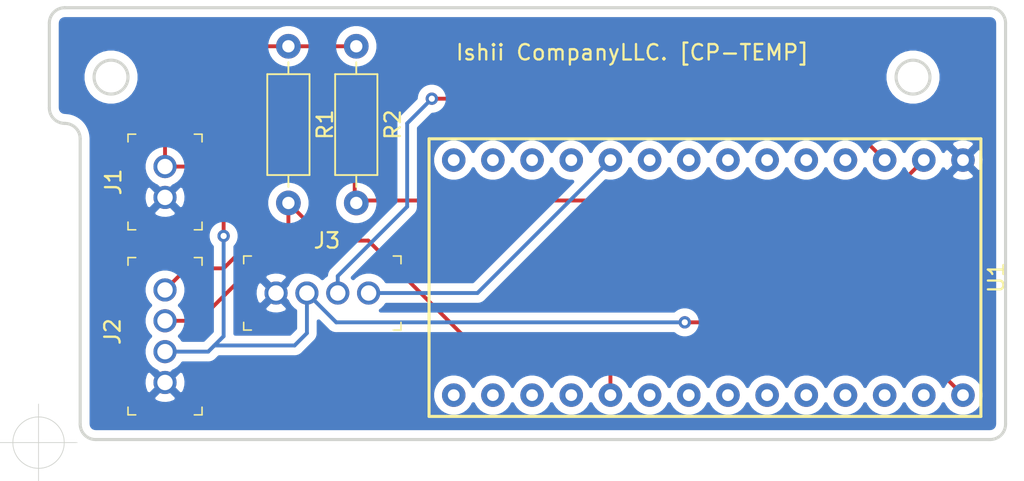
<source format=kicad_pcb>
(kicad_pcb (version 20171130) (host pcbnew "(5.1.9)-1")

  (general
    (thickness 1.6)
    (drawings 15)
    (tracks 54)
    (zones 0)
    (modules 6)
    (nets 29)
  )

  (page A4)
  (layers
    (0 F.Cu signal)
    (31 B.Cu signal)
    (32 B.Adhes user hide)
    (33 F.Adhes user hide)
    (34 B.Paste user)
    (35 F.Paste user)
    (36 B.SilkS user)
    (37 F.SilkS user)
    (38 B.Mask user)
    (39 F.Mask user)
    (40 Dwgs.User user hide)
    (41 Cmts.User user hide)
    (42 Eco1.User user hide)
    (43 Eco2.User user hide)
    (44 Edge.Cuts user)
    (45 Margin user hide)
    (46 B.CrtYd user hide)
    (47 F.CrtYd user hide)
    (48 B.Fab user hide)
    (49 F.Fab user hide)
  )

  (setup
    (last_trace_width 0.25)
    (trace_clearance 0.2)
    (zone_clearance 0.508)
    (zone_45_only no)
    (trace_min 0.2)
    (via_size 0.8)
    (via_drill 0.4)
    (via_min_size 0.4)
    (via_min_drill 0.3)
    (uvia_size 0.3)
    (uvia_drill 0.1)
    (uvias_allowed no)
    (uvia_min_size 0.2)
    (uvia_min_drill 0.1)
    (edge_width 0.05)
    (segment_width 0.2)
    (pcb_text_width 0.3)
    (pcb_text_size 1.5 1.5)
    (mod_edge_width 0.12)
    (mod_text_size 1 1)
    (mod_text_width 0.15)
    (pad_size 1.524 1.524)
    (pad_drill 0.762)
    (pad_to_mask_clearance 0)
    (aux_axis_origin 0 0)
    (visible_elements 7FFFFFFF)
    (pcbplotparams
      (layerselection 0x010fc_ffffffff)
      (usegerberextensions true)
      (usegerberattributes false)
      (usegerberadvancedattributes true)
      (creategerberjobfile false)
      (excludeedgelayer true)
      (linewidth 0.100000)
      (plotframeref false)
      (viasonmask false)
      (mode 1)
      (useauxorigin false)
      (hpglpennumber 1)
      (hpglpenspeed 20)
      (hpglpendiameter 15.000000)
      (psnegative false)
      (psa4output false)
      (plotreference true)
      (plotvalue true)
      (plotinvisibletext false)
      (padsonsilk false)
      (subtractmaskfromsilk false)
      (outputformat 1)
      (mirror false)
      (drillshape 0)
      (scaleselection 1)
      (outputdirectory "C:/Users/YUUTA ISHII/Desktop/cp-temp/"))
  )

  (net 0 "")
  (net 1 "Net-(J2-Pad3)")
  (net 2 "Net-(J2-Pad4)")
  (net 3 "Net-(U1-Pad4)")
  (net 4 "Net-(U1-Pad5)")
  (net 5 "Net-(U1-Pad6)")
  (net 6 "Net-(U1-Pad7)")
  (net 7 "Net-(U1-Pad8)")
  (net 8 "Net-(U1-Pad9)")
  (net 9 "Net-(U1-Pad11)")
  (net 10 "Net-(U1-Pad12)")
  (net 11 "Net-(U1-Pad13)")
  (net 12 "Net-(U1-Pad14)")
  (net 13 "Net-(U1-Pad15)")
  (net 14 "Net-(U1-Pad16)")
  (net 15 "Net-(U1-Pad17)")
  (net 16 "Net-(U1-Pad18)")
  (net 17 "Net-(U1-Pad20)")
  (net 18 "Net-(U1-Pad21)")
  (net 19 "Net-(U1-Pad22)")
  (net 20 "Net-(U1-Pad23)")
  (net 21 "Net-(U1-Pad24)")
  (net 22 "Net-(U1-Pad25)")
  (net 23 "Net-(U1-Pad26)")
  (net 24 "Net-(U1-Pad27)")
  (net 25 GND)
  (net 26 VCC)
  (net 27 TX)
  (net 28 RX)

  (net_class Default "This is the default net class."
    (clearance 0.2)
    (trace_width 0.25)
    (via_dia 0.8)
    (via_drill 0.4)
    (uvia_dia 0.3)
    (uvia_drill 0.1)
    (add_net GND)
    (add_net "Net-(J2-Pad3)")
    (add_net "Net-(J2-Pad4)")
    (add_net "Net-(U1-Pad11)")
    (add_net "Net-(U1-Pad12)")
    (add_net "Net-(U1-Pad13)")
    (add_net "Net-(U1-Pad14)")
    (add_net "Net-(U1-Pad15)")
    (add_net "Net-(U1-Pad16)")
    (add_net "Net-(U1-Pad17)")
    (add_net "Net-(U1-Pad18)")
    (add_net "Net-(U1-Pad20)")
    (add_net "Net-(U1-Pad21)")
    (add_net "Net-(U1-Pad22)")
    (add_net "Net-(U1-Pad23)")
    (add_net "Net-(U1-Pad24)")
    (add_net "Net-(U1-Pad25)")
    (add_net "Net-(U1-Pad26)")
    (add_net "Net-(U1-Pad27)")
    (add_net "Net-(U1-Pad4)")
    (add_net "Net-(U1-Pad5)")
    (add_net "Net-(U1-Pad6)")
    (add_net "Net-(U1-Pad7)")
    (add_net "Net-(U1-Pad8)")
    (add_net "Net-(U1-Pad9)")
    (add_net RX)
    (add_net TX)
    (add_net VCC)
  )

  (module hotsprings-footprints:TWELITE-DIP (layer F.Cu) (tedit 5D56147F) (tstamp 601FB808)
    (at 153.2 58 270)
    (path /601E878B)
    (fp_text reference U1 (at 0 -19 90) (layer F.SilkS)
      (effects (font (size 1 1) (thickness 0.15)))
    )
    (fp_text value TWELITE_DIP (at 0 19 90) (layer F.Fab)
      (effects (font (size 1 1) (thickness 0.15)))
    )
    (fp_line (start 9 -18) (end -9 -18) (layer F.SilkS) (width 0.2))
    (fp_line (start 9 17.78) (end 9 -18) (layer F.SilkS) (width 0.2))
    (fp_line (start -9 17.78) (end 9 17.78) (layer F.SilkS) (width 0.2))
    (fp_line (start -9 -18) (end -9 17.78) (layer F.SilkS) (width 0.2))
    (pad 1 thru_hole circle (at -7.62 -16.84 270) (size 1.524 1.524) (drill 0.762) (layers *.Cu *.Mask)
      (net 25 GND))
    (pad 2 thru_hole circle (at -7.62 -14.3 270) (size 1.524 1.524) (drill 0.762) (layers *.Cu *.Mask)
      (net 2 "Net-(J2-Pad4)"))
    (pad 3 thru_hole circle (at -7.62 -11.76 270) (size 1.524 1.524) (drill 0.762) (layers *.Cu *.Mask)
      (net 28 RX))
    (pad 4 thru_hole circle (at -7.62 -9.22 270) (size 1.524 1.524) (drill 0.762) (layers *.Cu *.Mask)
      (net 3 "Net-(U1-Pad4)"))
    (pad 5 thru_hole circle (at -7.62 -6.68 270) (size 1.524 1.524) (drill 0.762) (layers *.Cu *.Mask)
      (net 4 "Net-(U1-Pad5)"))
    (pad 6 thru_hole circle (at -7.62 -4.14 270) (size 1.524 1.524) (drill 0.762) (layers *.Cu *.Mask)
      (net 5 "Net-(U1-Pad6)"))
    (pad 7 thru_hole circle (at -7.62 -1.6 270) (size 1.524 1.524) (drill 0.762) (layers *.Cu *.Mask)
      (net 6 "Net-(U1-Pad7)"))
    (pad 8 thru_hole circle (at -7.62 0.94 270) (size 1.524 1.524) (drill 0.762) (layers *.Cu *.Mask)
      (net 7 "Net-(U1-Pad8)"))
    (pad 9 thru_hole circle (at -7.62 3.48 270) (size 1.524 1.524) (drill 0.762) (layers *.Cu *.Mask)
      (net 8 "Net-(U1-Pad9)"))
    (pad 10 thru_hole circle (at -7.62 6.02 270) (size 1.524 1.524) (drill 0.762) (layers *.Cu *.Mask)
      (net 27 TX))
    (pad 11 thru_hole circle (at -7.62 8.56 270) (size 1.524 1.524) (drill 0.762) (layers *.Cu *.Mask)
      (net 9 "Net-(U1-Pad11)"))
    (pad 12 thru_hole circle (at -7.62 11.1 270) (size 1.524 1.524) (drill 0.762) (layers *.Cu *.Mask)
      (net 10 "Net-(U1-Pad12)"))
    (pad 13 thru_hole circle (at -7.62 13.64 270) (size 1.524 1.524) (drill 0.762) (layers *.Cu *.Mask)
      (net 11 "Net-(U1-Pad13)"))
    (pad 14 thru_hole circle (at -7.62 16.18 270) (size 1.524 1.524) (drill 0.762) (layers *.Cu *.Mask)
      (net 12 "Net-(U1-Pad14)"))
    (pad 15 thru_hole circle (at 7.62 16.18 270) (size 1.524 1.524) (drill 0.762) (layers *.Cu *.Mask)
      (net 13 "Net-(U1-Pad15)"))
    (pad 16 thru_hole circle (at 7.62 13.64 270) (size 1.524 1.524) (drill 0.762) (layers *.Cu *.Mask)
      (net 14 "Net-(U1-Pad16)"))
    (pad 17 thru_hole circle (at 7.62 11.1 270) (size 1.524 1.524) (drill 0.762) (layers *.Cu *.Mask)
      (net 15 "Net-(U1-Pad17)"))
    (pad 18 thru_hole circle (at 7.62 8.56 270) (size 1.524 1.524) (drill 0.762) (layers *.Cu *.Mask)
      (net 16 "Net-(U1-Pad18)"))
    (pad 19 thru_hole circle (at 7.62 6.02 270) (size 1.524 1.524) (drill 0.762) (layers *.Cu *.Mask)
      (net 1 "Net-(J2-Pad3)"))
    (pad 20 thru_hole circle (at 7.62 3.48 270) (size 1.524 1.524) (drill 0.762) (layers *.Cu *.Mask)
      (net 17 "Net-(U1-Pad20)"))
    (pad 21 thru_hole circle (at 7.62 0.94 270) (size 1.524 1.524) (drill 0.762) (layers *.Cu *.Mask)
      (net 18 "Net-(U1-Pad21)"))
    (pad 22 thru_hole circle (at 7.62 -1.6 270) (size 1.524 1.524) (drill 0.762) (layers *.Cu *.Mask)
      (net 19 "Net-(U1-Pad22)"))
    (pad 23 thru_hole circle (at 7.62 -4.14 270) (size 1.524 1.524) (drill 0.762) (layers *.Cu *.Mask)
      (net 20 "Net-(U1-Pad23)"))
    (pad 24 thru_hole circle (at 7.62 -6.68 270) (size 1.524 1.524) (drill 0.762) (layers *.Cu *.Mask)
      (net 21 "Net-(U1-Pad24)"))
    (pad 25 thru_hole circle (at 7.62 -9.22 270) (size 1.524 1.524) (drill 0.762) (layers *.Cu *.Mask)
      (net 22 "Net-(U1-Pad25)"))
    (pad 26 thru_hole circle (at 7.62 -11.76 270) (size 1.524 1.524) (drill 0.762) (layers *.Cu *.Mask)
      (net 23 "Net-(U1-Pad26)"))
    (pad 27 thru_hole circle (at 7.62 -14.3 270) (size 1.524 1.524) (drill 0.762) (layers *.Cu *.Mask)
      (net 24 "Net-(U1-Pad27)"))
    (pad 28 thru_hole circle (at 7.62 -16.84 270) (size 1.524 1.524) (drill 0.762) (layers *.Cu *.Mask)
      (net 26 VCC))
  )

  (module digikey-footprints:PinHeader_1x2_P2mm_Drill1mm (layer F.Cu) (tedit 5A4C0C10) (tstamp 601FB79D)
    (at 118.3 52.8 90)
    (descr http://www.jst-mfg.com/product/pdf/eng/ePH.pdf)
    (path /601F5ED3)
    (fp_text reference J1 (at 1 -3.35 90) (layer F.SilkS)
      (effects (font (size 1 1) (thickness 0.15)))
    )
    (fp_text value B2B-PH-K-S_LF__SN_ (at 1.04 3.58 90) (layer F.Fab)
      (effects (font (size 1 1) (thickness 0.15)))
    )
    (fp_line (start -1.95 2.25) (end 3.95 2.25) (layer F.Fab) (width 0.1))
    (fp_line (start -1.95 -2.25) (end -1.95 2.25) (layer F.Fab) (width 0.1))
    (fp_line (start -1.95 -2.25) (end 3.95 -2.25) (layer F.Fab) (width 0.1))
    (fp_line (start 3.95 -2.25) (end 3.95 2.25) (layer F.Fab) (width 0.1))
    (fp_line (start 4.1 -2.4) (end 3.6 -2.4) (layer F.SilkS) (width 0.1))
    (fp_line (start 4.1 -2.4) (end 4.1 -1.9) (layer F.SilkS) (width 0.1))
    (fp_line (start -2.1 -2.4) (end -1.6 -2.4) (layer F.SilkS) (width 0.1))
    (fp_line (start -2.1 -2.4) (end -2.1 -1.9) (layer F.SilkS) (width 0.1))
    (fp_line (start -2.1 2.4) (end -1.6 2.4) (layer F.SilkS) (width 0.1))
    (fp_line (start -2.1 2.4) (end -2.1 1.9) (layer F.SilkS) (width 0.1))
    (fp_line (start 4.1 2.4) (end 3.6 2.4) (layer F.SilkS) (width 0.1))
    (fp_line (start 4.1 2.4) (end 4.1 1.9) (layer F.SilkS) (width 0.1))
    (fp_line (start 4.2 -2.5) (end -2.2 -2.5) (layer F.CrtYd) (width 0.05))
    (fp_line (start 4.2 -2.5) (end 4.2 2.5) (layer F.CrtYd) (width 0.05))
    (fp_line (start -2.2 -2.5) (end -2.2 2.5) (layer F.CrtYd) (width 0.05))
    (fp_line (start 4.2 2.5) (end -2.2 2.5) (layer F.CrtYd) (width 0.05))
    (fp_text user %R (at 1.02 0 90) (layer F.Fab)
      (effects (font (size 1 1) (thickness 0.15)))
    )
    (pad 1 thru_hole circle (at 0 0 90) (size 1.5 1.5) (drill 1) (layers *.Cu *.Mask)
      (net 25 GND))
    (pad 2 thru_hole circle (at 2 0 90) (size 1.5 1.5) (drill 1) (layers *.Cu *.Mask)
      (net 26 VCC))
  )

  (module digikey-footprints:PinHeader_1x4_P2mm_Drill1mm (layer F.Cu) (tedit 5A4D0D99) (tstamp 601FB7B6)
    (at 118.3 64.8 90)
    (descr http://www.jst-mfg.com/product/pdf/eng/ePH.pdf)
    (path /601F51E5)
    (fp_text reference J2 (at 3.3 -3.4 90) (layer F.SilkS)
      (effects (font (size 1 1) (thickness 0.15)))
    )
    (fp_text value i2c (at 3 3.7 90) (layer F.Fab)
      (effects (font (size 1 1) (thickness 0.15)))
    )
    (fp_line (start -1.95 2.25) (end 7.95 2.25) (layer F.Fab) (width 0.1))
    (fp_line (start -1.95 -2.25) (end -1.95 2.25) (layer F.Fab) (width 0.1))
    (fp_line (start -1.95 -2.25) (end 7.95 -2.25) (layer F.Fab) (width 0.1))
    (fp_line (start -2.1 -2.4) (end -1.6 -2.4) (layer F.SilkS) (width 0.1))
    (fp_line (start -2.1 -2.4) (end -2.1 -1.9) (layer F.SilkS) (width 0.1))
    (fp_line (start -2.1 2.4) (end -1.6 2.4) (layer F.SilkS) (width 0.1))
    (fp_line (start -2.1 2.4) (end -2.1 1.9) (layer F.SilkS) (width 0.1))
    (fp_line (start 8.2 -2.5) (end -2.2 -2.5) (layer F.CrtYd) (width 0.05))
    (fp_line (start -2.2 -2.5) (end -2.2 2.5) (layer F.CrtYd) (width 0.05))
    (fp_line (start 8.2 2.5) (end -2.2 2.5) (layer F.CrtYd) (width 0.05))
    (fp_line (start 7.95 -2.25) (end 7.95 2.25) (layer F.Fab) (width 0.1))
    (fp_line (start 8.2 -2.5) (end 8.2 2.5) (layer F.CrtYd) (width 0.05))
    (fp_line (start 8.1 2.4) (end 8.1 1.9) (layer F.SilkS) (width 0.1))
    (fp_line (start 8.1 2.4) (end 7.6 2.4) (layer F.SilkS) (width 0.1))
    (fp_line (start 8.1 -2.4) (end 7.6 -2.4) (layer F.SilkS) (width 0.1))
    (fp_line (start 8.1 -2.4) (end 8.1 -1.9) (layer F.SilkS) (width 0.1))
    (fp_text user %R (at 3 0 90) (layer F.Fab)
      (effects (font (size 1 1) (thickness 0.15)))
    )
    (pad 1 thru_hole circle (at 0 0 90) (size 1.5 1.5) (drill 1) (layers *.Cu *.Mask)
      (net 25 GND))
    (pad 2 thru_hole circle (at 2 0 90) (size 1.5 1.5) (drill 1) (layers *.Cu *.Mask)
      (net 26 VCC))
    (pad 3 thru_hole circle (at 4 0 90) (size 1.5 1.5) (drill 1) (layers *.Cu *.Mask)
      (net 1 "Net-(J2-Pad3)"))
    (pad 4 thru_hole circle (at 6 0 90) (size 1.5 1.5) (drill 1) (layers *.Cu *.Mask)
      (net 2 "Net-(J2-Pad4)"))
  )

  (module Resistor_THT:R_Axial_DIN0207_L6.3mm_D2.5mm_P10.16mm_Horizontal (layer F.Cu) (tedit 5AE5139B) (tstamp 601FB7CD)
    (at 126.3 43 270)
    (descr "Resistor, Axial_DIN0207 series, Axial, Horizontal, pin pitch=10.16mm, 0.25W = 1/4W, length*diameter=6.3*2.5mm^2, http://cdn-reichelt.de/documents/datenblatt/B400/1_4W%23YAG.pdf")
    (tags "Resistor Axial_DIN0207 series Axial Horizontal pin pitch 10.16mm 0.25W = 1/4W length 6.3mm diameter 2.5mm")
    (path /601F4CD1)
    (fp_text reference R1 (at 5.08 -2.37 90) (layer F.SilkS)
      (effects (font (size 1 1) (thickness 0.15)))
    )
    (fp_text value "R(4.7k)" (at 5.08 2.37 90) (layer F.Fab)
      (effects (font (size 1 1) (thickness 0.15)))
    )
    (fp_line (start 11.21 -1.5) (end -1.05 -1.5) (layer F.CrtYd) (width 0.05))
    (fp_line (start 11.21 1.5) (end 11.21 -1.5) (layer F.CrtYd) (width 0.05))
    (fp_line (start -1.05 1.5) (end 11.21 1.5) (layer F.CrtYd) (width 0.05))
    (fp_line (start -1.05 -1.5) (end -1.05 1.5) (layer F.CrtYd) (width 0.05))
    (fp_line (start 9.12 0) (end 8.35 0) (layer F.SilkS) (width 0.12))
    (fp_line (start 1.04 0) (end 1.81 0) (layer F.SilkS) (width 0.12))
    (fp_line (start 8.35 -1.37) (end 1.81 -1.37) (layer F.SilkS) (width 0.12))
    (fp_line (start 8.35 1.37) (end 8.35 -1.37) (layer F.SilkS) (width 0.12))
    (fp_line (start 1.81 1.37) (end 8.35 1.37) (layer F.SilkS) (width 0.12))
    (fp_line (start 1.81 -1.37) (end 1.81 1.37) (layer F.SilkS) (width 0.12))
    (fp_line (start 10.16 0) (end 8.23 0) (layer F.Fab) (width 0.1))
    (fp_line (start 0 0) (end 1.93 0) (layer F.Fab) (width 0.1))
    (fp_line (start 8.23 -1.25) (end 1.93 -1.25) (layer F.Fab) (width 0.1))
    (fp_line (start 8.23 1.25) (end 8.23 -1.25) (layer F.Fab) (width 0.1))
    (fp_line (start 1.93 1.25) (end 8.23 1.25) (layer F.Fab) (width 0.1))
    (fp_line (start 1.93 -1.25) (end 1.93 1.25) (layer F.Fab) (width 0.1))
    (fp_text user %R (at 5.08 0 90) (layer F.Fab)
      (effects (font (size 1 1) (thickness 0.15)))
    )
    (pad 1 thru_hole circle (at 0 0 270) (size 1.6 1.6) (drill 0.8) (layers *.Cu *.Mask)
      (net 26 VCC))
    (pad 2 thru_hole oval (at 10.16 0 270) (size 1.6 1.6) (drill 0.8) (layers *.Cu *.Mask)
      (net 1 "Net-(J2-Pad3)"))
    (model ${KISYS3DMOD}/Resistor_THT.3dshapes/R_Axial_DIN0207_L6.3mm_D2.5mm_P10.16mm_Horizontal.wrl
      (at (xyz 0 0 0))
      (scale (xyz 1 1 1))
      (rotate (xyz 0 0 0))
    )
  )

  (module Resistor_THT:R_Axial_DIN0207_L6.3mm_D2.5mm_P10.16mm_Horizontal (layer F.Cu) (tedit 5AE5139B) (tstamp 601FB7E4)
    (at 130.7 43 270)
    (descr "Resistor, Axial_DIN0207 series, Axial, Horizontal, pin pitch=10.16mm, 0.25W = 1/4W, length*diameter=6.3*2.5mm^2, http://cdn-reichelt.de/documents/datenblatt/B400/1_4W%23YAG.pdf")
    (tags "Resistor Axial_DIN0207 series Axial Horizontal pin pitch 10.16mm 0.25W = 1/4W length 6.3mm diameter 2.5mm")
    (path /601F5240)
    (fp_text reference R2 (at 5.08 -2.37 90) (layer F.SilkS)
      (effects (font (size 1 1) (thickness 0.15)))
    )
    (fp_text value "R(4.7k)" (at 5.08 2.37 90) (layer F.Fab)
      (effects (font (size 1 1) (thickness 0.15)))
    )
    (fp_line (start 1.93 -1.25) (end 1.93 1.25) (layer F.Fab) (width 0.1))
    (fp_line (start 1.93 1.25) (end 8.23 1.25) (layer F.Fab) (width 0.1))
    (fp_line (start 8.23 1.25) (end 8.23 -1.25) (layer F.Fab) (width 0.1))
    (fp_line (start 8.23 -1.25) (end 1.93 -1.25) (layer F.Fab) (width 0.1))
    (fp_line (start 0 0) (end 1.93 0) (layer F.Fab) (width 0.1))
    (fp_line (start 10.16 0) (end 8.23 0) (layer F.Fab) (width 0.1))
    (fp_line (start 1.81 -1.37) (end 1.81 1.37) (layer F.SilkS) (width 0.12))
    (fp_line (start 1.81 1.37) (end 8.35 1.37) (layer F.SilkS) (width 0.12))
    (fp_line (start 8.35 1.37) (end 8.35 -1.37) (layer F.SilkS) (width 0.12))
    (fp_line (start 8.35 -1.37) (end 1.81 -1.37) (layer F.SilkS) (width 0.12))
    (fp_line (start 1.04 0) (end 1.81 0) (layer F.SilkS) (width 0.12))
    (fp_line (start 9.12 0) (end 8.35 0) (layer F.SilkS) (width 0.12))
    (fp_line (start -1.05 -1.5) (end -1.05 1.5) (layer F.CrtYd) (width 0.05))
    (fp_line (start -1.05 1.5) (end 11.21 1.5) (layer F.CrtYd) (width 0.05))
    (fp_line (start 11.21 1.5) (end 11.21 -1.5) (layer F.CrtYd) (width 0.05))
    (fp_line (start 11.21 -1.5) (end -1.05 -1.5) (layer F.CrtYd) (width 0.05))
    (fp_text user %R (at 5.08 0 90) (layer F.Fab)
      (effects (font (size 1 1) (thickness 0.15)))
    )
    (pad 2 thru_hole oval (at 10.16 0 270) (size 1.6 1.6) (drill 0.8) (layers *.Cu *.Mask)
      (net 2 "Net-(J2-Pad4)"))
    (pad 1 thru_hole circle (at 0 0 270) (size 1.6 1.6) (drill 0.8) (layers *.Cu *.Mask)
      (net 26 VCC))
    (model ${KISYS3DMOD}/Resistor_THT.3dshapes/R_Axial_DIN0207_L6.3mm_D2.5mm_P10.16mm_Horizontal.wrl
      (at (xyz 0 0 0))
      (scale (xyz 1 1 1))
      (rotate (xyz 0 0 0))
    )
  )

  (module digikey-footprints:PinHeader_1x4_P2mm_Drill1mm (layer F.Cu) (tedit 5A4D0D99) (tstamp 604B313C)
    (at 125.5 59)
    (descr http://www.jst-mfg.com/product/pdf/eng/ePH.pdf)
    (path /604ADA45)
    (fp_text reference J3 (at 3.3 -3.4) (layer F.SilkS)
      (effects (font (size 1 1) (thickness 0.15)))
    )
    (fp_text value serial (at 3 3.7) (layer F.Fab)
      (effects (font (size 1 1) (thickness 0.15)))
    )
    (fp_line (start -1.95 2.25) (end 7.95 2.25) (layer F.Fab) (width 0.1))
    (fp_line (start -1.95 -2.25) (end -1.95 2.25) (layer F.Fab) (width 0.1))
    (fp_line (start -1.95 -2.25) (end 7.95 -2.25) (layer F.Fab) (width 0.1))
    (fp_line (start -2.1 -2.4) (end -1.6 -2.4) (layer F.SilkS) (width 0.1))
    (fp_line (start -2.1 -2.4) (end -2.1 -1.9) (layer F.SilkS) (width 0.1))
    (fp_line (start -2.1 2.4) (end -1.6 2.4) (layer F.SilkS) (width 0.1))
    (fp_line (start -2.1 2.4) (end -2.1 1.9) (layer F.SilkS) (width 0.1))
    (fp_line (start 8.2 -2.5) (end -2.2 -2.5) (layer F.CrtYd) (width 0.05))
    (fp_line (start -2.2 -2.5) (end -2.2 2.5) (layer F.CrtYd) (width 0.05))
    (fp_line (start 8.2 2.5) (end -2.2 2.5) (layer F.CrtYd) (width 0.05))
    (fp_line (start 7.95 -2.25) (end 7.95 2.25) (layer F.Fab) (width 0.1))
    (fp_line (start 8.2 -2.5) (end 8.2 2.5) (layer F.CrtYd) (width 0.05))
    (fp_line (start 8.1 2.4) (end 8.1 1.9) (layer F.SilkS) (width 0.1))
    (fp_line (start 8.1 2.4) (end 7.6 2.4) (layer F.SilkS) (width 0.1))
    (fp_line (start 8.1 -2.4) (end 7.6 -2.4) (layer F.SilkS) (width 0.1))
    (fp_line (start 8.1 -2.4) (end 8.1 -1.9) (layer F.SilkS) (width 0.1))
    (fp_text user %R (at 3 0) (layer F.Fab)
      (effects (font (size 1 1) (thickness 0.15)))
    )
    (pad 1 thru_hole circle (at 0 0) (size 1.5 1.5) (drill 1) (layers *.Cu *.Mask)
      (net 25 GND))
    (pad 2 thru_hole circle (at 2 0) (size 1.5 1.5) (drill 1) (layers *.Cu *.Mask)
      (net 26 VCC))
    (pad 3 thru_hole circle (at 4 0) (size 1.5 1.5) (drill 1) (layers *.Cu *.Mask)
      (net 28 RX))
    (pad 4 thru_hole circle (at 6 0) (size 1.5 1.5) (drill 1) (layers *.Cu *.Mask)
      (net 27 TX))
  )

  (target plus (at 110.1 68.7) (size 5) (width 0.05) (layer Edge.Cuts))
  (gr_text "Ishii CompanyLLC. [CP-TEMP]" (at 148.6 43.4) (layer F.SilkS)
    (effects (font (size 1 1) (thickness 0.15)))
  )
  (gr_line (start 110.8 47) (end 110.8 41.5) (layer Edge.Cuts) (width 0.2))
  (gr_arc (start 171.8 67.5) (end 171.8 68.5) (angle -90) (layer Edge.Cuts) (width 0.2))
  (gr_line (start 113.8 68.5) (end 171.8 68.5) (layer Edge.Cuts) (width 0.2))
  (gr_arc (start 171.8 41.5) (end 172.8 41.5) (angle -90) (layer Edge.Cuts) (width 0.2))
  (gr_circle (center 166.8 45) (end 167.9 45) (layer Edge.Cuts) (width 0.2))
  (gr_line (start 112.8 49) (end 112.8 67.5) (layer Edge.Cuts) (width 0.2))
  (gr_arc (start 111.8 47) (end 110.8 47) (angle -90) (layer Edge.Cuts) (width 0.2))
  (gr_arc (start 111.8 49) (end 112.8 49) (angle -90) (layer Edge.Cuts) (width 0.2))
  (gr_arc (start 113.8 67.5) (end 112.8 67.5) (angle -90) (layer Edge.Cuts) (width 0.2))
  (gr_line (start 171.8 40.5) (end 111.8 40.5) (layer Edge.Cuts) (width 0.2))
  (gr_line (start 172.8 67.5) (end 172.8 41.5) (layer Edge.Cuts) (width 0.2))
  (gr_circle (center 114.8 45) (end 115.9 45) (layer Edge.Cuts) (width 0.2))
  (gr_arc (start 111.8 41.5) (end 111.8 40.5) (angle -90) (layer Edge.Cuts) (width 0.2))

  (via (at 135.6 46.4) (size 0.8) (drill 0.4) (layers F.Cu B.Cu) (net 28))
  (segment (start 131.474998 55.6) (end 128.74 55.6) (width 0.25) (layer F.Cu) (net 1))
  (segment (start 128.74 55.6) (end 126.3 53.16) (width 0.25) (layer F.Cu) (net 1))
  (segment (start 138.174998 62.3) (end 131.474998 55.6) (width 0.25) (layer F.Cu) (net 1))
  (segment (start 146.5 62.3) (end 138.174998 62.3) (width 0.25) (layer F.Cu) (net 1))
  (segment (start 147.18 62.98) (end 146.5 62.3) (width 0.25) (layer F.Cu) (net 1))
  (segment (start 147.18 65.62) (end 147.18 62.98) (width 0.25) (layer F.Cu) (net 1))
  (segment (start 118.3 60.8) (end 120.5 60.8) (width 0.25) (layer F.Cu) (net 1))
  (segment (start 126.3 55) (end 126.3 53.16) (width 0.25) (layer F.Cu) (net 1))
  (segment (start 120.5 60.8) (end 126.3 55) (width 0.25) (layer F.Cu) (net 1))
  (segment (start 167.5 50.38) (end 164.88 53) (width 0.25) (layer F.Cu) (net 2))
  (segment (start 130.86 53) (end 130.7 53.16) (width 0.25) (layer F.Cu) (net 2))
  (segment (start 164.88 53) (end 130.86 53) (width 0.25) (layer F.Cu) (net 2))
  (segment (start 130.6 53.06) (end 130.7 53.16) (width 0.25) (layer F.Cu) (net 2))
  (segment (start 129.9 51) (end 130.6 51.7) (width 0.25) (layer F.Cu) (net 2))
  (segment (start 124.7 51) (end 129.9 51) (width 0.25) (layer F.Cu) (net 2))
  (segment (start 124.1 51.6) (end 124.7 51) (width 0.25) (layer F.Cu) (net 2))
  (segment (start 124.1 55.4) (end 124.1 51.6) (width 0.25) (layer F.Cu) (net 2))
  (segment (start 122.1 57.4) (end 124.1 55.4) (width 0.25) (layer F.Cu) (net 2))
  (segment (start 119.7 57.4) (end 122.1 57.4) (width 0.25) (layer F.Cu) (net 2))
  (segment (start 130.6 51.7) (end 130.6 53.06) (width 0.25) (layer F.Cu) (net 2))
  (segment (start 118.3 58.8) (end 119.7 57.4) (width 0.25) (layer F.Cu) (net 2))
  (via (at 122.1 55.3) (size 0.8) (drill 0.4) (layers F.Cu B.Cu) (net 26))
  (segment (start 170.04 65.62) (end 165.32 60.9) (width 0.25) (layer F.Cu) (net 26))
  (segment (start 165.32 60.9) (end 152 60.9) (width 0.25) (layer F.Cu) (net 26))
  (segment (start 152 60.9) (end 152 60.9) (width 0.25) (layer F.Cu) (net 26) (tstamp 6020FE90))
  (via (at 152 60.9) (size 0.8) (drill 0.4) (layers F.Cu B.Cu) (net 26))
  (segment (start 121.65 50.85) (end 122.1 51.3) (width 0.25) (layer F.Cu) (net 26))
  (segment (start 121.6 50.8) (end 121.65 50.85) (width 0.25) (layer F.Cu) (net 26))
  (segment (start 118.3 62.8) (end 121.1 62.8) (width 0.25) (layer B.Cu) (net 26))
  (segment (start 122.1 61.8) (end 122.1 55.3) (width 0.25) (layer B.Cu) (net 26))
  (segment (start 122.2 52.8) (end 122.1 52.7) (width 0.25) (layer F.Cu) (net 26))
  (segment (start 122.1 52.7) (end 122.1 55.3) (width 0.25) (layer F.Cu) (net 26))
  (segment (start 122.1 51.3) (end 122.1 52.7) (width 0.25) (layer F.Cu) (net 26))
  (segment (start 129.4 60.9) (end 127.5 59) (width 0.25) (layer B.Cu) (net 26))
  (segment (start 152 60.9) (end 129.4 60.9) (width 0.25) (layer B.Cu) (net 26))
  (segment (start 127.5 59) (end 127.5 61.6) (width 0.25) (layer B.Cu) (net 26))
  (segment (start 127.5 61.6) (end 126.7 62.4) (width 0.25) (layer B.Cu) (net 26))
  (segment (start 126.7 62.4) (end 121.5 62.4) (width 0.25) (layer B.Cu) (net 26))
  (segment (start 121.5 62.4) (end 122.1 61.8) (width 0.25) (layer B.Cu) (net 26))
  (segment (start 121.1 62.8) (end 121.5 62.4) (width 0.25) (layer B.Cu) (net 26))
  (segment (start 130.7 43) (end 126.3 43) (width 0.25) (layer F.Cu) (net 26))
  (segment (start 118.3 50.8) (end 121.6 50.8) (width 0.25) (layer F.Cu) (net 26))
  (segment (start 126.3 43) (end 123.6 43) (width 0.25) (layer F.Cu) (net 26))
  (segment (start 118.3 48.3) (end 118.3 50.8) (width 0.25) (layer F.Cu) (net 26))
  (segment (start 123.6 43) (end 118.3 48.3) (width 0.25) (layer F.Cu) (net 26))
  (segment (start 138.56 59) (end 131.5 59) (width 0.25) (layer B.Cu) (net 27))
  (segment (start 147.18 50.38) (end 138.56 59) (width 0.25) (layer B.Cu) (net 27))
  (segment (start 134 48) (end 135.6 46.4) (width 0.25) (layer B.Cu) (net 28))
  (segment (start 134 53.4) (end 134 48) (width 0.25) (layer B.Cu) (net 28))
  (segment (start 129.5 57.9) (end 134 53.4) (width 0.25) (layer B.Cu) (net 28))
  (segment (start 129.5 59) (end 129.5 57.9) (width 0.25) (layer B.Cu) (net 28))
  (segment (start 160.98 46.4) (end 164.96 50.38) (width 0.25) (layer F.Cu) (net 28))
  (segment (start 135.6 46.4) (end 160.98 46.4) (width 0.25) (layer F.Cu) (net 28))

  (zone (net 25) (net_name GND) (layer B.Cu) (tstamp 604B3376) (hatch edge 0.508)
    (connect_pads (clearance 0.508))
    (min_thickness 0.254)
    (fill yes (arc_segments 32) (thermal_gap 0.508) (thermal_bridge_width 0.508))
    (polygon
      (pts
        (xy 174 68.7) (xy 110.1 68.7) (xy 110.1 40) (xy 174 40)
      )
    )
    (filled_polygon
      (pts
        (xy 171.850787 41.243504) (xy 171.89964 41.258254) (xy 171.944699 41.282212) (xy 171.984245 41.314466) (xy 172.016774 41.353786)
        (xy 172.041043 41.39867) (xy 172.056135 41.447427) (xy 172.065001 41.531774) (xy 172.065 67.464053) (xy 172.056496 67.550786)
        (xy 172.041746 67.59964) (xy 172.017788 67.644699) (xy 171.985534 67.684246) (xy 171.946215 67.716773) (xy 171.901329 67.741043)
        (xy 171.852573 67.756135) (xy 171.768235 67.765) (xy 113.835947 67.765) (xy 113.749214 67.756496) (xy 113.70036 67.741746)
        (xy 113.655301 67.717788) (xy 113.615754 67.685534) (xy 113.583227 67.646215) (xy 113.558957 67.601329) (xy 113.543865 67.552573)
        (xy 113.535 67.468235) (xy 113.535 65.756993) (xy 117.522612 65.756993) (xy 117.588137 65.99586) (xy 117.835116 66.11176)
        (xy 118.09996 66.17725) (xy 118.372492 66.189812) (xy 118.642238 66.148965) (xy 118.898832 66.056277) (xy 119.011863 65.99586)
        (xy 119.077388 65.756993) (xy 118.3 64.979605) (xy 117.522612 65.756993) (xy 113.535 65.756993) (xy 113.535 64.872492)
        (xy 116.910188 64.872492) (xy 116.951035 65.142238) (xy 117.043723 65.398832) (xy 117.10414 65.511863) (xy 117.343007 65.577388)
        (xy 118.120395 64.8) (xy 118.479605 64.8) (xy 119.256993 65.577388) (xy 119.49586 65.511863) (xy 119.509682 65.482408)
        (xy 135.623 65.482408) (xy 135.623 65.757592) (xy 135.676686 66.02749) (xy 135.781995 66.281727) (xy 135.93488 66.510535)
        (xy 136.129465 66.70512) (xy 136.358273 66.858005) (xy 136.61251 66.963314) (xy 136.882408 67.017) (xy 137.157592 67.017)
        (xy 137.42749 66.963314) (xy 137.681727 66.858005) (xy 137.910535 66.70512) (xy 138.10512 66.510535) (xy 138.258005 66.281727)
        (xy 138.29 66.204485) (xy 138.321995 66.281727) (xy 138.47488 66.510535) (xy 138.669465 66.70512) (xy 138.898273 66.858005)
        (xy 139.15251 66.963314) (xy 139.422408 67.017) (xy 139.697592 67.017) (xy 139.96749 66.963314) (xy 140.221727 66.858005)
        (xy 140.450535 66.70512) (xy 140.64512 66.510535) (xy 140.798005 66.281727) (xy 140.83 66.204485) (xy 140.861995 66.281727)
        (xy 141.01488 66.510535) (xy 141.209465 66.70512) (xy 141.438273 66.858005) (xy 141.69251 66.963314) (xy 141.962408 67.017)
        (xy 142.237592 67.017) (xy 142.50749 66.963314) (xy 142.761727 66.858005) (xy 142.990535 66.70512) (xy 143.18512 66.510535)
        (xy 143.338005 66.281727) (xy 143.37 66.204485) (xy 143.401995 66.281727) (xy 143.55488 66.510535) (xy 143.749465 66.70512)
        (xy 143.978273 66.858005) (xy 144.23251 66.963314) (xy 144.502408 67.017) (xy 144.777592 67.017) (xy 145.04749 66.963314)
        (xy 145.301727 66.858005) (xy 145.530535 66.70512) (xy 145.72512 66.510535) (xy 145.878005 66.281727) (xy 145.91 66.204485)
        (xy 145.941995 66.281727) (xy 146.09488 66.510535) (xy 146.289465 66.70512) (xy 146.518273 66.858005) (xy 146.77251 66.963314)
        (xy 147.042408 67.017) (xy 147.317592 67.017) (xy 147.58749 66.963314) (xy 147.841727 66.858005) (xy 148.070535 66.70512)
        (xy 148.26512 66.510535) (xy 148.418005 66.281727) (xy 148.45 66.204485) (xy 148.481995 66.281727) (xy 148.63488 66.510535)
        (xy 148.829465 66.70512) (xy 149.058273 66.858005) (xy 149.31251 66.963314) (xy 149.582408 67.017) (xy 149.857592 67.017)
        (xy 150.12749 66.963314) (xy 150.381727 66.858005) (xy 150.610535 66.70512) (xy 150.80512 66.510535) (xy 150.958005 66.281727)
        (xy 150.99 66.204485) (xy 151.021995 66.281727) (xy 151.17488 66.510535) (xy 151.369465 66.70512) (xy 151.598273 66.858005)
        (xy 151.85251 66.963314) (xy 152.122408 67.017) (xy 152.397592 67.017) (xy 152.66749 66.963314) (xy 152.921727 66.858005)
        (xy 153.150535 66.70512) (xy 153.34512 66.510535) (xy 153.498005 66.281727) (xy 153.53 66.204485) (xy 153.561995 66.281727)
        (xy 153.71488 66.510535) (xy 153.909465 66.70512) (xy 154.138273 66.858005) (xy 154.39251 66.963314) (xy 154.662408 67.017)
        (xy 154.937592 67.017) (xy 155.20749 66.963314) (xy 155.461727 66.858005) (xy 155.690535 66.70512) (xy 155.88512 66.510535)
        (xy 156.038005 66.281727) (xy 156.07 66.204485) (xy 156.101995 66.281727) (xy 156.25488 66.510535) (xy 156.449465 66.70512)
        (xy 156.678273 66.858005) (xy 156.93251 66.963314) (xy 157.202408 67.017) (xy 157.477592 67.017) (xy 157.74749 66.963314)
        (xy 158.001727 66.858005) (xy 158.230535 66.70512) (xy 158.42512 66.510535) (xy 158.578005 66.281727) (xy 158.61 66.204485)
        (xy 158.641995 66.281727) (xy 158.79488 66.510535) (xy 158.989465 66.70512) (xy 159.218273 66.858005) (xy 159.47251 66.963314)
        (xy 159.742408 67.017) (xy 160.017592 67.017) (xy 160.28749 66.963314) (xy 160.541727 66.858005) (xy 160.770535 66.70512)
        (xy 160.96512 66.510535) (xy 161.118005 66.281727) (xy 161.15 66.204485) (xy 161.181995 66.281727) (xy 161.33488 66.510535)
        (xy 161.529465 66.70512) (xy 161.758273 66.858005) (xy 162.01251 66.963314) (xy 162.282408 67.017) (xy 162.557592 67.017)
        (xy 162.82749 66.963314) (xy 163.081727 66.858005) (xy 163.310535 66.70512) (xy 163.50512 66.510535) (xy 163.658005 66.281727)
        (xy 163.69 66.204485) (xy 163.721995 66.281727) (xy 163.87488 66.510535) (xy 164.069465 66.70512) (xy 164.298273 66.858005)
        (xy 164.55251 66.963314) (xy 164.822408 67.017) (xy 165.097592 67.017) (xy 165.36749 66.963314) (xy 165.621727 66.858005)
        (xy 165.850535 66.70512) (xy 166.04512 66.510535) (xy 166.198005 66.281727) (xy 166.23 66.204485) (xy 166.261995 66.281727)
        (xy 166.41488 66.510535) (xy 166.609465 66.70512) (xy 166.838273 66.858005) (xy 167.09251 66.963314) (xy 167.362408 67.017)
        (xy 167.637592 67.017) (xy 167.90749 66.963314) (xy 168.161727 66.858005) (xy 168.390535 66.70512) (xy 168.58512 66.510535)
        (xy 168.738005 66.281727) (xy 168.77 66.204485) (xy 168.801995 66.281727) (xy 168.95488 66.510535) (xy 169.149465 66.70512)
        (xy 169.378273 66.858005) (xy 169.63251 66.963314) (xy 169.902408 67.017) (xy 170.177592 67.017) (xy 170.44749 66.963314)
        (xy 170.701727 66.858005) (xy 170.930535 66.70512) (xy 171.12512 66.510535) (xy 171.278005 66.281727) (xy 171.383314 66.02749)
        (xy 171.437 65.757592) (xy 171.437 65.482408) (xy 171.383314 65.21251) (xy 171.278005 64.958273) (xy 171.12512 64.729465)
        (xy 170.930535 64.53488) (xy 170.701727 64.381995) (xy 170.44749 64.276686) (xy 170.177592 64.223) (xy 169.902408 64.223)
        (xy 169.63251 64.276686) (xy 169.378273 64.381995) (xy 169.149465 64.53488) (xy 168.95488 64.729465) (xy 168.801995 64.958273)
        (xy 168.77 65.035515) (xy 168.738005 64.958273) (xy 168.58512 64.729465) (xy 168.390535 64.53488) (xy 168.161727 64.381995)
        (xy 167.90749 64.276686) (xy 167.637592 64.223) (xy 167.362408 64.223) (xy 167.09251 64.276686) (xy 166.838273 64.381995)
        (xy 166.609465 64.53488) (xy 166.41488 64.729465) (xy 166.261995 64.958273) (xy 166.23 65.035515) (xy 166.198005 64.958273)
        (xy 166.04512 64.729465) (xy 165.850535 64.53488) (xy 165.621727 64.381995) (xy 165.36749 64.276686) (xy 165.097592 64.223)
        (xy 164.822408 64.223) (xy 164.55251 64.276686) (xy 164.298273 64.381995) (xy 164.069465 64.53488) (xy 163.87488 64.729465)
        (xy 163.721995 64.958273) (xy 163.69 65.035515) (xy 163.658005 64.958273) (xy 163.50512 64.729465) (xy 163.310535 64.53488)
        (xy 163.081727 64.381995) (xy 162.82749 64.276686) (xy 162.557592 64.223) (xy 162.282408 64.223) (xy 162.01251 64.276686)
        (xy 161.758273 64.381995) (xy 161.529465 64.53488) (xy 161.33488 64.729465) (xy 161.181995 64.958273) (xy 161.15 65.035515)
        (xy 161.118005 64.958273) (xy 160.96512 64.729465) (xy 160.770535 64.53488) (xy 160.541727 64.381995) (xy 160.28749 64.276686)
        (xy 160.017592 64.223) (xy 159.742408 64.223) (xy 159.47251 64.276686) (xy 159.218273 64.381995) (xy 158.989465 64.53488)
        (xy 158.79488 64.729465) (xy 158.641995 64.958273) (xy 158.61 65.035515) (xy 158.578005 64.958273) (xy 158.42512 64.729465)
        (xy 158.230535 64.53488) (xy 158.001727 64.381995) (xy 157.74749 64.276686) (xy 157.477592 64.223) (xy 157.202408 64.223)
        (xy 156.93251 64.276686) (xy 156.678273 64.381995) (xy 156.449465 64.53488) (xy 156.25488 64.729465) (xy 156.101995 64.958273)
        (xy 156.07 65.035515) (xy 156.038005 64.958273) (xy 155.88512 64.729465) (xy 155.690535 64.53488) (xy 155.461727 64.381995)
        (xy 155.20749 64.276686) (xy 154.937592 64.223) (xy 154.662408 64.223) (xy 154.39251 64.276686) (xy 154.138273 64.381995)
        (xy 153.909465 64.53488) (xy 153.71488 64.729465) (xy 153.561995 64.958273) (xy 153.53 65.035515) (xy 153.498005 64.958273)
        (xy 153.34512 64.729465) (xy 153.150535 64.53488) (xy 152.921727 64.381995) (xy 152.66749 64.276686) (xy 152.397592 64.223)
        (xy 152.122408 64.223) (xy 151.85251 64.276686) (xy 151.598273 64.381995) (xy 151.369465 64.53488) (xy 151.17488 64.729465)
        (xy 151.021995 64.958273) (xy 150.99 65.035515) (xy 150.958005 64.958273) (xy 150.80512 64.729465) (xy 150.610535 64.53488)
        (xy 150.381727 64.381995) (xy 150.12749 64.276686) (xy 149.857592 64.223) (xy 149.582408 64.223) (xy 149.31251 64.276686)
        (xy 149.058273 64.381995) (xy 148.829465 64.53488) (xy 148.63488 64.729465) (xy 148.481995 64.958273) (xy 148.45 65.035515)
        (xy 148.418005 64.958273) (xy 148.26512 64.729465) (xy 148.070535 64.53488) (xy 147.841727 64.381995) (xy 147.58749 64.276686)
        (xy 147.317592 64.223) (xy 147.042408 64.223) (xy 146.77251 64.276686) (xy 146.518273 64.381995) (xy 146.289465 64.53488)
        (xy 146.09488 64.729465) (xy 145.941995 64.958273) (xy 145.91 65.035515) (xy 145.878005 64.958273) (xy 145.72512 64.729465)
        (xy 145.530535 64.53488) (xy 145.301727 64.381995) (xy 145.04749 64.276686) (xy 144.777592 64.223) (xy 144.502408 64.223)
        (xy 144.23251 64.276686) (xy 143.978273 64.381995) (xy 143.749465 64.53488) (xy 143.55488 64.729465) (xy 143.401995 64.958273)
        (xy 143.37 65.035515) (xy 143.338005 64.958273) (xy 143.18512 64.729465) (xy 142.990535 64.53488) (xy 142.761727 64.381995)
        (xy 142.50749 64.276686) (xy 142.237592 64.223) (xy 141.962408 64.223) (xy 141.69251 64.276686) (xy 141.438273 64.381995)
        (xy 141.209465 64.53488) (xy 141.01488 64.729465) (xy 140.861995 64.958273) (xy 140.83 65.035515) (xy 140.798005 64.958273)
        (xy 140.64512 64.729465) (xy 140.450535 64.53488) (xy 140.221727 64.381995) (xy 139.96749 64.276686) (xy 139.697592 64.223)
        (xy 139.422408 64.223) (xy 139.15251 64.276686) (xy 138.898273 64.381995) (xy 138.669465 64.53488) (xy 138.47488 64.729465)
        (xy 138.321995 64.958273) (xy 138.29 65.035515) (xy 138.258005 64.958273) (xy 138.10512 64.729465) (xy 137.910535 64.53488)
        (xy 137.681727 64.381995) (xy 137.42749 64.276686) (xy 137.157592 64.223) (xy 136.882408 64.223) (xy 136.61251 64.276686)
        (xy 136.358273 64.381995) (xy 136.129465 64.53488) (xy 135.93488 64.729465) (xy 135.781995 64.958273) (xy 135.676686 65.21251)
        (xy 135.623 65.482408) (xy 119.509682 65.482408) (xy 119.61176 65.264884) (xy 119.67725 65.00004) (xy 119.689812 64.727508)
        (xy 119.648965 64.457762) (xy 119.556277 64.201168) (xy 119.49586 64.088137) (xy 119.256993 64.022612) (xy 118.479605 64.8)
        (xy 118.120395 64.8) (xy 117.343007 64.022612) (xy 117.10414 64.088137) (xy 116.98824 64.335116) (xy 116.92275 64.59996)
        (xy 116.910188 64.872492) (xy 113.535 64.872492) (xy 113.535 58.663589) (xy 116.915 58.663589) (xy 116.915 58.936411)
        (xy 116.968225 59.203989) (xy 117.072629 59.456043) (xy 117.224201 59.682886) (xy 117.341315 59.8) (xy 117.224201 59.917114)
        (xy 117.072629 60.143957) (xy 116.968225 60.396011) (xy 116.915 60.663589) (xy 116.915 60.936411) (xy 116.968225 61.203989)
        (xy 117.072629 61.456043) (xy 117.224201 61.682886) (xy 117.341315 61.8) (xy 117.224201 61.917114) (xy 117.072629 62.143957)
        (xy 116.968225 62.396011) (xy 116.915 62.663589) (xy 116.915 62.936411) (xy 116.968225 63.203989) (xy 117.072629 63.456043)
        (xy 117.224201 63.682886) (xy 117.417114 63.875799) (xy 117.643957 64.027371) (xy 117.751537 64.071932) (xy 118.3 64.620395)
        (xy 118.848463 64.071932) (xy 118.956043 64.027371) (xy 119.182886 63.875799) (xy 119.375799 63.682886) (xy 119.457909 63.56)
        (xy 121.062678 63.56) (xy 121.1 63.563676) (xy 121.137322 63.56) (xy 121.137333 63.56) (xy 121.248986 63.549003)
        (xy 121.392247 63.505546) (xy 121.524276 63.434974) (xy 121.640001 63.340001) (xy 121.663803 63.310998) (xy 121.814801 63.16)
        (xy 126.662678 63.16) (xy 126.7 63.163676) (xy 126.737322 63.16) (xy 126.737333 63.16) (xy 126.848986 63.149003)
        (xy 126.992247 63.105546) (xy 127.124276 63.034974) (xy 127.240001 62.940001) (xy 127.263803 62.910998) (xy 128.011002 62.163799)
        (xy 128.040001 62.140001) (xy 128.134974 62.024276) (xy 128.205546 61.892247) (xy 128.249003 61.748986) (xy 128.26 61.637333)
        (xy 128.26 61.637323) (xy 128.263676 61.6) (xy 128.26 61.562677) (xy 128.26 60.834802) (xy 128.836201 61.411003)
        (xy 128.859999 61.440001) (xy 128.975724 61.534974) (xy 129.107753 61.605546) (xy 129.251014 61.649003) (xy 129.362667 61.66)
        (xy 129.362675 61.66) (xy 129.4 61.663676) (xy 129.437325 61.66) (xy 151.296289 61.66) (xy 151.340226 61.703937)
        (xy 151.509744 61.817205) (xy 151.698102 61.895226) (xy 151.898061 61.935) (xy 152.101939 61.935) (xy 152.301898 61.895226)
        (xy 152.490256 61.817205) (xy 152.659774 61.703937) (xy 152.803937 61.559774) (xy 152.917205 61.390256) (xy 152.995226 61.201898)
        (xy 153.035 61.001939) (xy 153.035 60.798061) (xy 152.995226 60.598102) (xy 152.917205 60.409744) (xy 152.803937 60.240226)
        (xy 152.659774 60.096063) (xy 152.490256 59.982795) (xy 152.301898 59.904774) (xy 152.101939 59.865) (xy 151.898061 59.865)
        (xy 151.698102 59.904774) (xy 151.509744 59.982795) (xy 151.340226 60.096063) (xy 151.296289 60.14) (xy 132.286803 60.14)
        (xy 132.382886 60.075799) (xy 132.575799 59.882886) (xy 132.657909 59.76) (xy 138.522678 59.76) (xy 138.56 59.763676)
        (xy 138.597322 59.76) (xy 138.597333 59.76) (xy 138.708986 59.749003) (xy 138.852247 59.705546) (xy 138.984276 59.634974)
        (xy 139.100001 59.540001) (xy 139.123804 59.510997) (xy 146.88843 51.746372) (xy 147.042408 51.777) (xy 147.317592 51.777)
        (xy 147.58749 51.723314) (xy 147.841727 51.618005) (xy 148.070535 51.46512) (xy 148.26512 51.270535) (xy 148.418005 51.041727)
        (xy 148.45 50.964485) (xy 148.481995 51.041727) (xy 148.63488 51.270535) (xy 148.829465 51.46512) (xy 149.058273 51.618005)
        (xy 149.31251 51.723314) (xy 149.582408 51.777) (xy 149.857592 51.777) (xy 150.12749 51.723314) (xy 150.381727 51.618005)
        (xy 150.610535 51.46512) (xy 150.80512 51.270535) (xy 150.958005 51.041727) (xy 150.99 50.964485) (xy 151.021995 51.041727)
        (xy 151.17488 51.270535) (xy 151.369465 51.46512) (xy 151.598273 51.618005) (xy 151.85251 51.723314) (xy 152.122408 51.777)
        (xy 152.397592 51.777) (xy 152.66749 51.723314) (xy 152.921727 51.618005) (xy 153.150535 51.46512) (xy 153.34512 51.270535)
        (xy 153.498005 51.041727) (xy 153.53 50.964485) (xy 153.561995 51.041727) (xy 153.71488 51.270535) (xy 153.909465 51.46512)
        (xy 154.138273 51.618005) (xy 154.39251 51.723314) (xy 154.662408 51.777) (xy 154.937592 51.777) (xy 155.20749 51.723314)
        (xy 155.461727 51.618005) (xy 155.690535 51.46512) (xy 155.88512 51.270535) (xy 156.038005 51.041727) (xy 156.07 50.964485)
        (xy 156.101995 51.041727) (xy 156.25488 51.270535) (xy 156.449465 51.46512) (xy 156.678273 51.618005) (xy 156.93251 51.723314)
        (xy 157.202408 51.777) (xy 157.477592 51.777) (xy 157.74749 51.723314) (xy 158.001727 51.618005) (xy 158.230535 51.46512)
        (xy 158.42512 51.270535) (xy 158.578005 51.041727) (xy 158.61 50.964485) (xy 158.641995 51.041727) (xy 158.79488 51.270535)
        (xy 158.989465 51.46512) (xy 159.218273 51.618005) (xy 159.47251 51.723314) (xy 159.742408 51.777) (xy 160.017592 51.777)
        (xy 160.28749 51.723314) (xy 160.541727 51.618005) (xy 160.770535 51.46512) (xy 160.96512 51.270535) (xy 161.118005 51.041727)
        (xy 161.15 50.964485) (xy 161.181995 51.041727) (xy 161.33488 51.270535) (xy 161.529465 51.46512) (xy 161.758273 51.618005)
        (xy 162.01251 51.723314) (xy 162.282408 51.777) (xy 162.557592 51.777) (xy 162.82749 51.723314) (xy 163.081727 51.618005)
        (xy 163.310535 51.46512) (xy 163.50512 51.270535) (xy 163.658005 51.041727) (xy 163.69 50.964485) (xy 163.721995 51.041727)
        (xy 163.87488 51.270535) (xy 164.069465 51.46512) (xy 164.298273 51.618005) (xy 164.55251 51.723314) (xy 164.822408 51.777)
        (xy 165.097592 51.777) (xy 165.36749 51.723314) (xy 165.621727 51.618005) (xy 165.850535 51.46512) (xy 166.04512 51.270535)
        (xy 166.198005 51.041727) (xy 166.23 50.964485) (xy 166.261995 51.041727) (xy 166.41488 51.270535) (xy 166.609465 51.46512)
        (xy 166.838273 51.618005) (xy 167.09251 51.723314) (xy 167.362408 51.777) (xy 167.637592 51.777) (xy 167.90749 51.723314)
        (xy 168.161727 51.618005) (xy 168.390535 51.46512) (xy 168.51009 51.345565) (xy 169.25404 51.345565) (xy 169.32102 51.585656)
        (xy 169.570048 51.702756) (xy 169.837135 51.769023) (xy 170.112017 51.78191) (xy 170.384133 51.740922) (xy 170.643023 51.647636)
        (xy 170.75898 51.585656) (xy 170.82596 51.345565) (xy 170.04 50.559605) (xy 169.25404 51.345565) (xy 168.51009 51.345565)
        (xy 168.58512 51.270535) (xy 168.738005 51.041727) (xy 168.767692 50.970057) (xy 168.772364 50.983023) (xy 168.834344 51.09898)
        (xy 169.074435 51.16596) (xy 169.860395 50.38) (xy 170.219605 50.38) (xy 171.005565 51.16596) (xy 171.245656 51.09898)
        (xy 171.362756 50.849952) (xy 171.429023 50.582865) (xy 171.44191 50.307983) (xy 171.400922 50.035867) (xy 171.307636 49.776977)
        (xy 171.245656 49.66102) (xy 171.005565 49.59404) (xy 170.219605 50.38) (xy 169.860395 50.38) (xy 169.074435 49.59404)
        (xy 168.834344 49.66102) (xy 168.770515 49.79676) (xy 168.738005 49.718273) (xy 168.58512 49.489465) (xy 168.51009 49.414435)
        (xy 169.25404 49.414435) (xy 170.04 50.200395) (xy 170.82596 49.414435) (xy 170.75898 49.174344) (xy 170.509952 49.057244)
        (xy 170.242865 48.990977) (xy 169.967983 48.97809) (xy 169.695867 49.019078) (xy 169.436977 49.112364) (xy 169.32102 49.174344)
        (xy 169.25404 49.414435) (xy 168.51009 49.414435) (xy 168.390535 49.29488) (xy 168.161727 49.141995) (xy 167.90749 49.036686)
        (xy 167.637592 48.983) (xy 167.362408 48.983) (xy 167.09251 49.036686) (xy 166.838273 49.141995) (xy 166.609465 49.29488)
        (xy 166.41488 49.489465) (xy 166.261995 49.718273) (xy 166.23 49.795515) (xy 166.198005 49.718273) (xy 166.04512 49.489465)
        (xy 165.850535 49.29488) (xy 165.621727 49.141995) (xy 165.36749 49.036686) (xy 165.097592 48.983) (xy 164.822408 48.983)
        (xy 164.55251 49.036686) (xy 164.298273 49.141995) (xy 164.069465 49.29488) (xy 163.87488 49.489465) (xy 163.721995 49.718273)
        (xy 163.69 49.795515) (xy 163.658005 49.718273) (xy 163.50512 49.489465) (xy 163.310535 49.29488) (xy 163.081727 49.141995)
        (xy 162.82749 49.036686) (xy 162.557592 48.983) (xy 162.282408 48.983) (xy 162.01251 49.036686) (xy 161.758273 49.141995)
        (xy 161.529465 49.29488) (xy 161.33488 49.489465) (xy 161.181995 49.718273) (xy 161.15 49.795515) (xy 161.118005 49.718273)
        (xy 160.96512 49.489465) (xy 160.770535 49.29488) (xy 160.541727 49.141995) (xy 160.28749 49.036686) (xy 160.017592 48.983)
        (xy 159.742408 48.983) (xy 159.47251 49.036686) (xy 159.218273 49.141995) (xy 158.989465 49.29488) (xy 158.79488 49.489465)
        (xy 158.641995 49.718273) (xy 158.61 49.795515) (xy 158.578005 49.718273) (xy 158.42512 49.489465) (xy 158.230535 49.29488)
        (xy 158.001727 49.141995) (xy 157.74749 49.036686) (xy 157.477592 48.983) (xy 157.202408 48.983) (xy 156.93251 49.036686)
        (xy 156.678273 49.141995) (xy 156.449465 49.29488) (xy 156.25488 49.489465) (xy 156.101995 49.718273) (xy 156.07 49.795515)
        (xy 156.038005 49.718273) (xy 155.88512 49.489465) (xy 155.690535 49.29488) (xy 155.461727 49.141995) (xy 155.20749 49.036686)
        (xy 154.937592 48.983) (xy 154.662408 48.983) (xy 154.39251 49.036686) (xy 154.138273 49.141995) (xy 153.909465 49.29488)
        (xy 153.71488 49.489465) (xy 153.561995 49.718273) (xy 153.53 49.795515) (xy 153.498005 49.718273) (xy 153.34512 49.489465)
        (xy 153.150535 49.29488) (xy 152.921727 49.141995) (xy 152.66749 49.036686) (xy 152.397592 48.983) (xy 152.122408 48.983)
        (xy 151.85251 49.036686) (xy 151.598273 49.141995) (xy 151.369465 49.29488) (xy 151.17488 49.489465) (xy 151.021995 49.718273)
        (xy 150.99 49.795515) (xy 150.958005 49.718273) (xy 150.80512 49.489465) (xy 150.610535 49.29488) (xy 150.381727 49.141995)
        (xy 150.12749 49.036686) (xy 149.857592 48.983) (xy 149.582408 48.983) (xy 149.31251 49.036686) (xy 149.058273 49.141995)
        (xy 148.829465 49.29488) (xy 148.63488 49.489465) (xy 148.481995 49.718273) (xy 148.45 49.795515) (xy 148.418005 49.718273)
        (xy 148.26512 49.489465) (xy 148.070535 49.29488) (xy 147.841727 49.141995) (xy 147.58749 49.036686) (xy 147.317592 48.983)
        (xy 147.042408 48.983) (xy 146.77251 49.036686) (xy 146.518273 49.141995) (xy 146.289465 49.29488) (xy 146.09488 49.489465)
        (xy 145.941995 49.718273) (xy 145.91 49.795515) (xy 145.878005 49.718273) (xy 145.72512 49.489465) (xy 145.530535 49.29488)
        (xy 145.301727 49.141995) (xy 145.04749 49.036686) (xy 144.777592 48.983) (xy 144.502408 48.983) (xy 144.23251 49.036686)
        (xy 143.978273 49.141995) (xy 143.749465 49.29488) (xy 143.55488 49.489465) (xy 143.401995 49.718273) (xy 143.37 49.795515)
        (xy 143.338005 49.718273) (xy 143.18512 49.489465) (xy 142.990535 49.29488) (xy 142.761727 49.141995) (xy 142.50749 49.036686)
        (xy 142.237592 48.983) (xy 141.962408 48.983) (xy 141.69251 49.036686) (xy 141.438273 49.141995) (xy 141.209465 49.29488)
        (xy 141.01488 49.489465) (xy 140.861995 49.718273) (xy 140.83 49.795515) (xy 140.798005 49.718273) (xy 140.64512 49.489465)
        (xy 140.450535 49.29488) (xy 140.221727 49.141995) (xy 139.96749 49.036686) (xy 139.697592 48.983) (xy 139.422408 48.983)
        (xy 139.15251 49.036686) (xy 138.898273 49.141995) (xy 138.669465 49.29488) (xy 138.47488 49.489465) (xy 138.321995 49.718273)
        (xy 138.29 49.795515) (xy 138.258005 49.718273) (xy 138.10512 49.489465) (xy 137.910535 49.29488) (xy 137.681727 49.141995)
        (xy 137.42749 49.036686) (xy 137.157592 48.983) (xy 136.882408 48.983) (xy 136.61251 49.036686) (xy 136.358273 49.141995)
        (xy 136.129465 49.29488) (xy 135.93488 49.489465) (xy 135.781995 49.718273) (xy 135.676686 49.97251) (xy 135.623 50.242408)
        (xy 135.623 50.517592) (xy 135.676686 50.78749) (xy 135.781995 51.041727) (xy 135.93488 51.270535) (xy 136.129465 51.46512)
        (xy 136.358273 51.618005) (xy 136.61251 51.723314) (xy 136.882408 51.777) (xy 137.157592 51.777) (xy 137.42749 51.723314)
        (xy 137.681727 51.618005) (xy 137.910535 51.46512) (xy 138.10512 51.270535) (xy 138.258005 51.041727) (xy 138.29 50.964485)
        (xy 138.321995 51.041727) (xy 138.47488 51.270535) (xy 138.669465 51.46512) (xy 138.898273 51.618005) (xy 139.15251 51.723314)
        (xy 139.422408 51.777) (xy 139.697592 51.777) (xy 139.96749 51.723314) (xy 140.221727 51.618005) (xy 140.450535 51.46512)
        (xy 140.64512 51.270535) (xy 140.798005 51.041727) (xy 140.83 50.964485) (xy 140.861995 51.041727) (xy 141.01488 51.270535)
        (xy 141.209465 51.46512) (xy 141.438273 51.618005) (xy 141.69251 51.723314) (xy 141.962408 51.777) (xy 142.237592 51.777)
        (xy 142.50749 51.723314) (xy 142.761727 51.618005) (xy 142.990535 51.46512) (xy 143.18512 51.270535) (xy 143.338005 51.041727)
        (xy 143.37 50.964485) (xy 143.401995 51.041727) (xy 143.55488 51.270535) (xy 143.749465 51.46512) (xy 143.978273 51.618005)
        (xy 144.23251 51.723314) (xy 144.502408 51.777) (xy 144.708198 51.777) (xy 138.245199 58.24) (xy 132.657909 58.24)
        (xy 132.575799 58.117114) (xy 132.382886 57.924201) (xy 132.156043 57.772629) (xy 131.903989 57.668225) (xy 131.636411 57.615)
        (xy 131.363589 57.615) (xy 131.096011 57.668225) (xy 130.843957 57.772629) (xy 130.617114 57.924201) (xy 130.5 58.041315)
        (xy 130.466743 58.008058) (xy 134.511004 53.963798) (xy 134.540001 53.940001) (xy 134.622294 53.839727) (xy 134.634974 53.824277)
        (xy 134.705546 53.692247) (xy 134.705546 53.692246) (xy 134.749003 53.548986) (xy 134.76 53.437333) (xy 134.76 53.437324)
        (xy 134.763676 53.400001) (xy 134.76 53.362678) (xy 134.76 48.314801) (xy 135.639802 47.435) (xy 135.701939 47.435)
        (xy 135.901898 47.395226) (xy 136.090256 47.317205) (xy 136.259774 47.203937) (xy 136.403937 47.059774) (xy 136.517205 46.890256)
        (xy 136.595226 46.701898) (xy 136.635 46.501939) (xy 136.635 46.298061) (xy 136.595226 46.098102) (xy 136.517205 45.909744)
        (xy 136.403937 45.740226) (xy 136.259774 45.596063) (xy 136.090256 45.482795) (xy 135.901898 45.404774) (xy 135.701939 45.365)
        (xy 135.498061 45.365) (xy 135.298102 45.404774) (xy 135.109744 45.482795) (xy 134.940226 45.596063) (xy 134.796063 45.740226)
        (xy 134.682795 45.909744) (xy 134.604774 46.098102) (xy 134.565 46.298061) (xy 134.565 46.360198) (xy 133.488998 47.436201)
        (xy 133.46 47.459999) (xy 133.436202 47.488997) (xy 133.436201 47.488998) (xy 133.365026 47.575724) (xy 133.294454 47.707754)
        (xy 133.276693 47.766306) (xy 133.250998 47.851014) (xy 133.248045 47.880992) (xy 133.236324 48) (xy 133.240001 48.037332)
        (xy 133.24 53.085198) (xy 128.988998 57.336201) (xy 128.96 57.359999) (xy 128.936202 57.388997) (xy 128.936201 57.388998)
        (xy 128.865026 57.475724) (xy 128.794454 57.607754) (xy 128.776111 57.668225) (xy 128.750998 57.751014) (xy 128.74217 57.840641)
        (xy 128.617114 57.924201) (xy 128.5 58.041315) (xy 128.382886 57.924201) (xy 128.156043 57.772629) (xy 127.903989 57.668225)
        (xy 127.636411 57.615) (xy 127.363589 57.615) (xy 127.096011 57.668225) (xy 126.843957 57.772629) (xy 126.617114 57.924201)
        (xy 126.424201 58.117114) (xy 126.272629 58.343957) (xy 126.228068 58.451537) (xy 125.679605 59) (xy 126.228068 59.548463)
        (xy 126.272629 59.656043) (xy 126.424201 59.882886) (xy 126.617114 60.075799) (xy 126.74 60.157909) (xy 126.740001 61.285197)
        (xy 126.385199 61.64) (xy 122.86 61.64) (xy 122.86 59.956993) (xy 124.722612 59.956993) (xy 124.788137 60.19586)
        (xy 125.035116 60.31176) (xy 125.29996 60.37725) (xy 125.572492 60.389812) (xy 125.842238 60.348965) (xy 126.098832 60.256277)
        (xy 126.211863 60.19586) (xy 126.277388 59.956993) (xy 125.5 59.179605) (xy 124.722612 59.956993) (xy 122.86 59.956993)
        (xy 122.86 59.072492) (xy 124.110188 59.072492) (xy 124.151035 59.342238) (xy 124.243723 59.598832) (xy 124.30414 59.711863)
        (xy 124.543007 59.777388) (xy 125.320395 59) (xy 124.543007 58.222612) (xy 124.30414 58.288137) (xy 124.18824 58.535116)
        (xy 124.12275 58.79996) (xy 124.110188 59.072492) (xy 122.86 59.072492) (xy 122.86 58.043007) (xy 124.722612 58.043007)
        (xy 125.5 58.820395) (xy 126.277388 58.043007) (xy 126.211863 57.80414) (xy 125.964884 57.68824) (xy 125.70004 57.62275)
        (xy 125.427508 57.610188) (xy 125.157762 57.651035) (xy 124.901168 57.743723) (xy 124.788137 57.80414) (xy 124.722612 58.043007)
        (xy 122.86 58.043007) (xy 122.86 56.003711) (xy 122.903937 55.959774) (xy 123.017205 55.790256) (xy 123.095226 55.601898)
        (xy 123.135 55.401939) (xy 123.135 55.198061) (xy 123.095226 54.998102) (xy 123.017205 54.809744) (xy 122.903937 54.640226)
        (xy 122.759774 54.496063) (xy 122.590256 54.382795) (xy 122.401898 54.304774) (xy 122.201939 54.265) (xy 121.998061 54.265)
        (xy 121.798102 54.304774) (xy 121.609744 54.382795) (xy 121.440226 54.496063) (xy 121.296063 54.640226) (xy 121.182795 54.809744)
        (xy 121.104774 54.998102) (xy 121.065 55.198061) (xy 121.065 55.401939) (xy 121.104774 55.601898) (xy 121.182795 55.790256)
        (xy 121.296063 55.959774) (xy 121.340001 56.003712) (xy 121.34 61.485198) (xy 120.989002 61.836197) (xy 120.959999 61.859999)
        (xy 120.9362 61.888998) (xy 120.785198 62.04) (xy 119.457909 62.04) (xy 119.375799 61.917114) (xy 119.258685 61.8)
        (xy 119.375799 61.682886) (xy 119.527371 61.456043) (xy 119.631775 61.203989) (xy 119.685 60.936411) (xy 119.685 60.663589)
        (xy 119.631775 60.396011) (xy 119.527371 60.143957) (xy 119.375799 59.917114) (xy 119.258685 59.8) (xy 119.375799 59.682886)
        (xy 119.527371 59.456043) (xy 119.631775 59.203989) (xy 119.685 58.936411) (xy 119.685 58.663589) (xy 119.631775 58.396011)
        (xy 119.527371 58.143957) (xy 119.375799 57.917114) (xy 119.182886 57.724201) (xy 118.956043 57.572629) (xy 118.703989 57.468225)
        (xy 118.436411 57.415) (xy 118.163589 57.415) (xy 117.896011 57.468225) (xy 117.643957 57.572629) (xy 117.417114 57.724201)
        (xy 117.224201 57.917114) (xy 117.072629 58.143957) (xy 116.968225 58.396011) (xy 116.915 58.663589) (xy 113.535 58.663589)
        (xy 113.535 53.756993) (xy 117.522612 53.756993) (xy 117.588137 53.99586) (xy 117.835116 54.11176) (xy 118.09996 54.17725)
        (xy 118.372492 54.189812) (xy 118.642238 54.148965) (xy 118.898832 54.056277) (xy 119.011863 53.99586) (xy 119.077388 53.756993)
        (xy 118.3 52.979605) (xy 117.522612 53.756993) (xy 113.535 53.756993) (xy 113.535 52.872492) (xy 116.910188 52.872492)
        (xy 116.951035 53.142238) (xy 117.043723 53.398832) (xy 117.10414 53.511863) (xy 117.343007 53.577388) (xy 118.120395 52.8)
        (xy 118.479605 52.8) (xy 119.256993 53.577388) (xy 119.49586 53.511863) (xy 119.61176 53.264884) (xy 119.672644 53.018665)
        (xy 124.865 53.018665) (xy 124.865 53.301335) (xy 124.920147 53.578574) (xy 125.02832 53.839727) (xy 125.185363 54.074759)
        (xy 125.385241 54.274637) (xy 125.620273 54.43168) (xy 125.881426 54.539853) (xy 126.158665 54.595) (xy 126.441335 54.595)
        (xy 126.718574 54.539853) (xy 126.979727 54.43168) (xy 127.214759 54.274637) (xy 127.414637 54.074759) (xy 127.57168 53.839727)
        (xy 127.679853 53.578574) (xy 127.735 53.301335) (xy 127.735 53.018665) (xy 129.265 53.018665) (xy 129.265 53.301335)
        (xy 129.320147 53.578574) (xy 129.42832 53.839727) (xy 129.585363 54.074759) (xy 129.785241 54.274637) (xy 130.020273 54.43168)
        (xy 130.281426 54.539853) (xy 130.558665 54.595) (xy 130.841335 54.595) (xy 131.118574 54.539853) (xy 131.379727 54.43168)
        (xy 131.614759 54.274637) (xy 131.814637 54.074759) (xy 131.97168 53.839727) (xy 132.079853 53.578574) (xy 132.135 53.301335)
        (xy 132.135 53.018665) (xy 132.079853 52.741426) (xy 131.97168 52.480273) (xy 131.814637 52.245241) (xy 131.614759 52.045363)
        (xy 131.379727 51.88832) (xy 131.118574 51.780147) (xy 130.841335 51.725) (xy 130.558665 51.725) (xy 130.281426 51.780147)
        (xy 130.020273 51.88832) (xy 129.785241 52.045363) (xy 129.585363 52.245241) (xy 129.42832 52.480273) (xy 129.320147 52.741426)
        (xy 129.265 53.018665) (xy 127.735 53.018665) (xy 127.679853 52.741426) (xy 127.57168 52.480273) (xy 127.414637 52.245241)
        (xy 127.214759 52.045363) (xy 126.979727 51.88832) (xy 126.718574 51.780147) (xy 126.441335 51.725) (xy 126.158665 51.725)
        (xy 125.881426 51.780147) (xy 125.620273 51.88832) (xy 125.385241 52.045363) (xy 125.185363 52.245241) (xy 125.02832 52.480273)
        (xy 124.920147 52.741426) (xy 124.865 53.018665) (xy 119.672644 53.018665) (xy 119.67725 53.00004) (xy 119.689812 52.727508)
        (xy 119.648965 52.457762) (xy 119.556277 52.201168) (xy 119.49586 52.088137) (xy 119.256993 52.022612) (xy 118.479605 52.8)
        (xy 118.120395 52.8) (xy 117.343007 52.022612) (xy 117.10414 52.088137) (xy 116.98824 52.335116) (xy 116.92275 52.59996)
        (xy 116.910188 52.872492) (xy 113.535 52.872492) (xy 113.535 50.663589) (xy 116.915 50.663589) (xy 116.915 50.936411)
        (xy 116.968225 51.203989) (xy 117.072629 51.456043) (xy 117.224201 51.682886) (xy 117.417114 51.875799) (xy 117.643957 52.027371)
        (xy 117.751537 52.071932) (xy 118.3 52.620395) (xy 118.848463 52.071932) (xy 118.956043 52.027371) (xy 119.182886 51.875799)
        (xy 119.375799 51.682886) (xy 119.527371 51.456043) (xy 119.631775 51.203989) (xy 119.685 50.936411) (xy 119.685 50.663589)
        (xy 119.631775 50.396011) (xy 119.527371 50.143957) (xy 119.375799 49.917114) (xy 119.182886 49.724201) (xy 118.956043 49.572629)
        (xy 118.703989 49.468225) (xy 118.436411 49.415) (xy 118.163589 49.415) (xy 117.896011 49.468225) (xy 117.643957 49.572629)
        (xy 117.417114 49.724201) (xy 117.224201 49.917114) (xy 117.072629 50.143957) (xy 116.968225 50.396011) (xy 116.915 50.663589)
        (xy 113.535 50.663589) (xy 113.535 48.963895) (xy 113.531907 48.932496) (xy 113.53195 48.926402) (xy 113.530949 48.916188)
        (xy 113.510548 48.722091) (xy 113.497155 48.656843) (xy 113.484671 48.591402) (xy 113.481705 48.581577) (xy 113.423993 48.395139)
        (xy 113.398175 48.33372) (xy 113.373223 48.271962) (xy 113.368405 48.262901) (xy 113.27558 48.091224) (xy 113.238315 48.035977)
        (xy 113.20185 47.980252) (xy 113.195364 47.972299) (xy 113.07096 47.821921) (xy 113.023654 47.774944) (xy 112.977083 47.727387)
        (xy 112.969176 47.720845) (xy 112.817934 47.597495) (xy 112.762415 47.560608) (xy 112.70748 47.522994) (xy 112.698453 47.518112)
        (xy 112.526131 47.426487) (xy 112.464504 47.401086) (xy 112.403311 47.374859) (xy 112.393508 47.371824) (xy 112.206672 47.315415)
        (xy 112.14128 47.302467) (xy 112.076164 47.288626) (xy 112.065958 47.287553) (xy 111.871724 47.268508) (xy 111.749214 47.256496)
        (xy 111.70036 47.241746) (xy 111.655301 47.217788) (xy 111.615754 47.185534) (xy 111.583227 47.146215) (xy 111.558957 47.101329)
        (xy 111.543865 47.052573) (xy 111.535 46.968235) (xy 111.535 44.818178) (xy 112.953932 44.818178) (xy 112.953932 45.181822)
        (xy 113.024876 45.538478) (xy 113.164036 45.874441) (xy 113.366066 46.1768) (xy 113.6232 46.433934) (xy 113.925559 46.635964)
        (xy 114.261522 46.775124) (xy 114.618178 46.846068) (xy 114.981822 46.846068) (xy 115.338478 46.775124) (xy 115.674441 46.635964)
        (xy 115.9768 46.433934) (xy 116.233934 46.1768) (xy 116.435964 45.874441) (xy 116.575124 45.538478) (xy 116.646068 45.181822)
        (xy 116.646068 44.818178) (xy 164.953932 44.818178) (xy 164.953932 45.181822) (xy 165.024876 45.538478) (xy 165.164036 45.874441)
        (xy 165.366066 46.1768) (xy 165.6232 46.433934) (xy 165.925559 46.635964) (xy 166.261522 46.775124) (xy 166.618178 46.846068)
        (xy 166.981822 46.846068) (xy 167.338478 46.775124) (xy 167.674441 46.635964) (xy 167.9768 46.433934) (xy 168.233934 46.1768)
        (xy 168.435964 45.874441) (xy 168.575124 45.538478) (xy 168.646068 45.181822) (xy 168.646068 44.818178) (xy 168.575124 44.461522)
        (xy 168.435964 44.125559) (xy 168.233934 43.8232) (xy 167.9768 43.566066) (xy 167.674441 43.364036) (xy 167.338478 43.224876)
        (xy 166.981822 43.153932) (xy 166.618178 43.153932) (xy 166.261522 43.224876) (xy 165.925559 43.364036) (xy 165.6232 43.566066)
        (xy 165.366066 43.8232) (xy 165.164036 44.125559) (xy 165.024876 44.461522) (xy 164.953932 44.818178) (xy 116.646068 44.818178)
        (xy 116.575124 44.461522) (xy 116.435964 44.125559) (xy 116.233934 43.8232) (xy 115.9768 43.566066) (xy 115.674441 43.364036)
        (xy 115.338478 43.224876) (xy 114.981822 43.153932) (xy 114.618178 43.153932) (xy 114.261522 43.224876) (xy 113.925559 43.364036)
        (xy 113.6232 43.566066) (xy 113.366066 43.8232) (xy 113.164036 44.125559) (xy 113.024876 44.461522) (xy 112.953932 44.818178)
        (xy 111.535 44.818178) (xy 111.535 42.858665) (xy 124.865 42.858665) (xy 124.865 43.141335) (xy 124.920147 43.418574)
        (xy 125.02832 43.679727) (xy 125.185363 43.914759) (xy 125.385241 44.114637) (xy 125.620273 44.27168) (xy 125.881426 44.379853)
        (xy 126.158665 44.435) (xy 126.441335 44.435) (xy 126.718574 44.379853) (xy 126.979727 44.27168) (xy 127.214759 44.114637)
        (xy 127.414637 43.914759) (xy 127.57168 43.679727) (xy 127.679853 43.418574) (xy 127.735 43.141335) (xy 127.735 42.858665)
        (xy 129.265 42.858665) (xy 129.265 43.141335) (xy 129.320147 43.418574) (xy 129.42832 43.679727) (xy 129.585363 43.914759)
        (xy 129.785241 44.114637) (xy 130.020273 44.27168) (xy 130.281426 44.379853) (xy 130.558665 44.435) (xy 130.841335 44.435)
        (xy 131.118574 44.379853) (xy 131.379727 44.27168) (xy 131.614759 44.114637) (xy 131.814637 43.914759) (xy 131.97168 43.679727)
        (xy 132.079853 43.418574) (xy 132.135 43.141335) (xy 132.135 42.858665) (xy 132.079853 42.581426) (xy 131.97168 42.320273)
        (xy 131.814637 42.085241) (xy 131.614759 41.885363) (xy 131.379727 41.72832) (xy 131.118574 41.620147) (xy 130.841335 41.565)
        (xy 130.558665 41.565) (xy 130.281426 41.620147) (xy 130.020273 41.72832) (xy 129.785241 41.885363) (xy 129.585363 42.085241)
        (xy 129.42832 42.320273) (xy 129.320147 42.581426) (xy 129.265 42.858665) (xy 127.735 42.858665) (xy 127.679853 42.581426)
        (xy 127.57168 42.320273) (xy 127.414637 42.085241) (xy 127.214759 41.885363) (xy 126.979727 41.72832) (xy 126.718574 41.620147)
        (xy 126.441335 41.565) (xy 126.158665 41.565) (xy 125.881426 41.620147) (xy 125.620273 41.72832) (xy 125.385241 41.885363)
        (xy 125.185363 42.085241) (xy 125.02832 42.320273) (xy 124.920147 42.581426) (xy 124.865 42.858665) (xy 111.535 42.858665)
        (xy 111.535 41.535947) (xy 111.543504 41.449213) (xy 111.558254 41.40036) (xy 111.582212 41.355301) (xy 111.614466 41.315755)
        (xy 111.653786 41.283226) (xy 111.69867 41.258957) (xy 111.747427 41.243865) (xy 111.831764 41.235) (xy 171.764053 41.235)
      )
    )
  )
)

</source>
